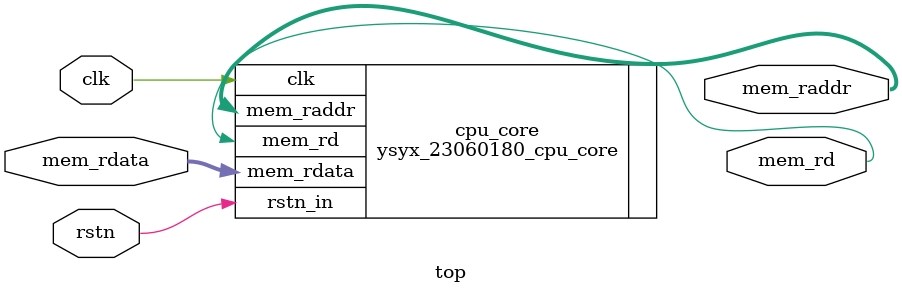
<source format=v>
`timescale 1ns / 1ps

module top(
    input clk,
    input rstn,
    output mem_rd,
    output [31:0] mem_raddr,
    input [31:0] mem_rdata
);

    ysyx_23060180_cpu_core cpu_core(
        .clk(clk),
        .rstn_in(rstn),
        .mem_rd(mem_rd),
        .mem_raddr(mem_raddr),
        .mem_rdata(mem_rdata)
    );

endmodule

</source>
